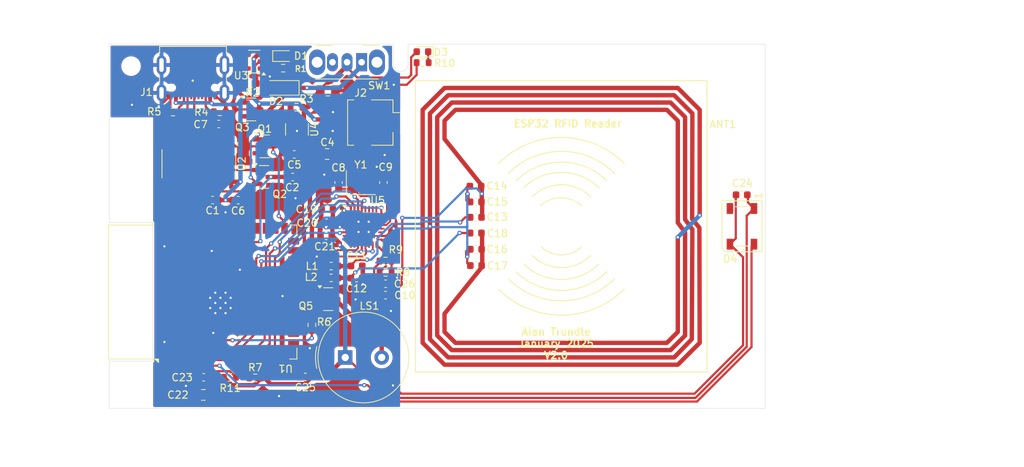
<source format=kicad_pcb>
(kicad_pcb (version 20240108) (generator "pcbnew") (generator_version "8.0")
  (layers (0 "F.Cu" signal) (31 "B.Cu" signal) (34 "B.Paste" user) (35 "F.Paste" user) (36 "B.SilkS" user "B.Silkscreen") (37 "F.SilkS" user "F.Silkscreen") (38 "B.Mask" user) (39 "F.Mask" user) (44 "Edge.Cuts" user))
  (net 0 "")
  (net 1 "Net-(D2-K)")
  (net 2 "+5V")
  (net 3 "Net-(Q1-G)")
  (net 4 "Net-(Q1-D)")
  (net 5 "Net-(Q1-S)")
  (net 6 "Net-(Q2-D)")
  (net 7 "Net-(J2-Pin_1)")
  (net 8 "Net-(U3-STAT)")
  (net 9 "Net-(D1-K)")
  (net 10 "Net-(U3-PROG)")
  (net 11 "GND")
  (net 12 "Net-(U4-EN)")
  (net 13 "Net-(U2-V3)")
  (net 14 "Net-(U5-OSCIN)")
  (net 15 "/OLED")
  (net 16 "/BUZZER")
  (net 17 "/R_RST")
  (net 19 "unconnected-(U1-IO36-Pad29)")
  (net 23 "+3.3V")
  (net 24 "Net-(U5-OSCOUT)")
  (net 25 "/R_MOSI")
  (net 26 "Net-(C10-Pad1)")
  (net 33 "Net-(ANT1-L1)")
  (net 34 "Net-(C11-Pad1)")
  (net 36 "Net-(C12-Pad2)")
  (net 37 "/R_CS")
  (net 38 "/R_MISO")
  (net 43 "Net-(U1-TXD0)")
  (net 45 "Net-(ANT1-L2)")
  (net 51 "/R_SCK")
  (net 55 "Net-(U2-UD-)")
  (net 56 "Net-(J1-CC1)")
  (net 57 "Net-(U2-UD+)")
  (net 58 "Net-(J1-CC2)")
  (net 59 "Net-(U5-TX1)")
  (net 60 "Net-(U5-TX2)")
  (net 61 "Net-(Q5-C)")
  (net 62 "Net-(Q5-B)")
  (net 64 "Net-(U5-RX)")
  (net 65 "Net-(U5-VMID)")
  (net 80 "Net-(D3-A)")
  (net 81 "Net-(D3-K)")
  (net 82 "Net-(U1-RXD0)")
  (footprint "Package_TO_SOT_SMD:SOT-23-5" (layer "F.Cu") (at 119.8925 32.38 180)
    (property "Reference" "U3")
    (property "Value" "MCP73831-2-OT")
  )
  (footprint "Capacitor_SMD:C_0603_1608Metric" (layer "F.Cu") (at 129.76 56.32 180)
    (property "Reference" "C21")
    (property "Value" "100n")
  )
  (footprint "RFID:RFID_Antenna2" (layer "F.Cu") (at 162 55 -90)
    (property "Reference" "ANT1")
    (property "Value" "~" (hide yes))
  )
  (footprint "Capacitor_SMD:C_0603_1608Metric" (layer "F.Cu") (at 129.82 54.51 180)
    (property "Reference" "C20")
    (property "Value" "1u")
  )
  (footprint "Capacitor_SMD:C_0603_1608Metric" (layer "F.Cu") (at 133.9425 60.44)
    (property "Reference" "C11")
    (property "Value" "220p")
  )
  (footprint "Resistor_SMD:R_0603_1608Metric" (layer "F.Cu") (at 116.56 75.74 180)
    (property "Reference" "R11")
    (property "Value" "10k")
  )
  (footprint "MountingHole:MountingHole_2.2mm_M2" (layer "F.Cu") (at 103 33)
    (property "Reference" "H1" (hide yes))
    (property "Value" "MountingHole_Pad")
  )
  (footprint "Package_TO_SOT_SMD:SOT-23" (layer "F.Cu") (at 121.24 48.2175)
    (property "Reference" "Q2")
    (property "Value" "BSS138")
  )
  (footprint "Resistor_SMD:R_0603_1608Metric" (layer "F.Cu") (at 120.04 75.82)
    (property "Reference" "R7")
    (property "Value" "10k")
  )
  (footprint "Connector_USB:USB_C_Receptacle_JAE_DX07S016JA1R1500" (layer "F.Cu") (at 111.5 34 180)
    (property "Reference" "J1")
    (property "Value" "USB_C_Receptacle_USB2.0_14P")
  )
  (footprint "Package_SO:SOIC-16_3.9x9.9mm_P1.27mm" (layer "F.Cu") (at 112.305 46.405 -90)
    (property "Reference" "U2")
    (property "Value" "CH340C")
  )
  (footprint "Package_TO_SOT_SMD:SOT-23" (layer "F.Cu") (at 119.4775 38.95)
    (property "Reference" "Q3")
    (property "Value" "DMG2301L")
  )
  (footprint "Capacitor_SMD:C_0603_1608Metric" (layer "F.Cu") (at 150.29 55.92)
    (property "Reference" "C18")
    (property "Value" "56p")
  )
  (footprint "Inductor_SMD:L_0603_1608Metric_Pad1.05x0.95mm_HandSolder" (layer "F.Cu") (at 130.4525 60.46)
    (property "Reference" "L1")
    (property "Value" "470nH")
  )
  (footprint "Capacitor_SMD:C_0603_1608Metric" (layer "F.Cu") (at 125.17 48.23)
    (property "Reference" "C2")
    (property "Value" "100n")
  )
  (footprint "RF_Module:ESP32-S3-WROOM-1" (layer "F.Cu") (at 112.8 64.02 90)
    (property "Reference" "U1")
    (property "Value" "ESP32-S3-WROOM-1")
  )
  (footprint "Buzzer_Beeper:Buzzer_TDK_PS1240P02BT_D12.2mm_H6.5mm" (layer "F.Cu") (at 132.379216 73.01)
    (property "Reference" "LS1")
    (property "Value" "Speaker")
  )
  (footprint "Resistor_SMD:R_0603_1608Metric" (layer "F.Cu") (at 125.705 38.645 180)
    (property "Reference" "R3")
    (property "Value" "1k")
  )
  (footprint "Capacitor_SMD:C_0603_1608Metric" (layer "F.Cu") (at 150.25 49.49 180)
    (property "Reference" "C14")
    (property "Value" "100p")
  )
  (footprint "Resistor_SMD:R_0603_1608Metric" (layer "F.Cu") (at 115.17 39.27)
    (property "Reference" "R4")
    (property "Value" "5k1")
  )
  (footprint "Capacitor_SMD:C_0603_1608Metric" (layer "F.Cu") (at 150.3125 58.15)
    (property "Reference" "C16")
    (property "Value" "100p")
  )
  (footprint "Capacitor_SMD:C_0603_1608Metric" (layer "F.Cu") (at 137.92 62.88)
    (property "Reference" "C26")
    (property "Value" "100n")
  )
  (footprint "MountingHole:MountingHole_2.2mm_M2" (layer "F.Cu") (at 103 77)
    (property "Reference" "H4" (hide yes))
    (property "Value" "MountingHole_Pad")
  )
  (footprint "Capacitor_SMD:C_0603_1608Metric" (layer "F.Cu") (at 126.9025 75.69 180)
    (property "Reference" "C25")
    (property "Value" "100n")
  )
  (footprint "MountingHole:MountingHole_2.2mm_M2" (layer "F.Cu") (at 187 77)
    (property "Reference" "H3" (hide yes))
    (property "Value" "MountingHole_Pad")
  )
  (footprint "Connector_JST:JST_ZH_S2B-ZR-SM4A-TF_1x02-1MP_P1.50mm_Horizontal" (layer "F.Cu") (at 136.82 40.75 -90)
    (property "Reference" "J2")
    (property "Value" "Conn_01x02")
  )
  (footprint "Capacitor_SMD:C_0603_1608Metric" (layer "F.Cu") (at 137.6225 48.98 90)
    (property "Reference" "C9")
    (property "Value" "22p")
  )
  (footprint "Capacitor_SMD:C_0603_1608Metric" (layer "F.Cu") (at 129.92 52.69 180)
    (property "Reference" "C19")
    (property "Value" "100n")
  )
  (footprint "Resistor_SMD:R_0603_1608Metric" (layer "F.Cu") (at 127.81 68.54 90)
    (property "Reference" "R6")
    (property "Value" "5k1")
  )
  (footprint "Resistor_SMD:R_0603_1608Metric" (layer "F.Cu") (at 108.75 39.3 180)
    (property "Reference" "R5")
    (property "Value" "5k1")
  )
  (footprint "Capacitor_SMD:C_0603_1608Metric" (layer "F.Cu") (at 186.76 50.68 180)
    (property "Reference" "C24")
    (property "Value" "100n")
  )
  (footprint "Resistor_SMD:R_0603_1608Metric" (layer "F.Cu") (at 143 32.5225 180)
    (property "Reference" "R10")
    (property "Value" "220")
  )
  (footprint "Button_Switch_THT:SW_Slide_SPDT_Angled_CK_OS102011MA1Q" (layer "F.Cu") (at 134.63 32.47 180)
    (property "Reference" "SW1")
    (property "Value" "SW_SPST")
  )
  (footprint "Capacitor_SMD:C_0603_1608Metric" (layer "F.Cu") (at 150.29 51.65 180)
    (property "Reference" "C15")
    (property "Value" "33p")
  )
  (footprint "Crystal:Crystal_SMD_3225-4Pin_3.2x2.5mm" (layer "F.Cu") (at 134.5325 48.99)
    (property "Reference" "Y1")
    (property "Value" "Crystal 27.12MHz")
  )
  (footprint "Inductor_SMD:L_0603_1608Metric_Pad1.05x0.95mm_HandSolder" (layer "F.Cu") (at 130.44875 62.08)
    (property "Reference" "L2")
    (property "Value" "470nH")
  )
  (footprint "Capacitor_SMD:C_0603_1608Metric" (layer "F.Cu") (at 150.3 53.76)
    (property "Reference" "C13")
    (property "Value" "56p")
  )
  (footprint "Resistor_SMD:R_0603_1608Metric" (layer "F.Cu") (at 137.91 59.775)
    (property "Reference" "R9")
    (property "Value" "10k")
  )
  (footprint "Capacitor_SMD:C_0603_1608Metric" (layer "F.Cu") (at 131.4725 48.98 90)
    (property "Reference" "C8")
    (property "Value" "22p")
  )
  (footprint "RFID:HVQFN-32-1EP_5x5mm_P0.5mm_EP3.1x3.1mm_ThermalVias" (layer "F.Cu") (at 134.9 55.07)
    (property "Reference" "U5")
    (property "Value" "RC522")
  )
  (footprint "Capacitor_SMD:C_0805_2012Metric_Pad1.18x1.45mm_HandSolder" (layer "F.Cu") (at 129.9 45.07)
    (property "Reference" "C4")
    (property "Value" "10u")
  )
  (footprint "Capacitor_SMD:C_0603_1608Metric" (layer "F.Cu") (at 125.39 45.12 180)
    (property "Reference" "C5")
    (property "Value" "100n")
  )
  (footprint "Capacitor_SMD:C_0603_1608Metric" (layer "F.Cu") (at 115.03 40.95)
    (property "Reference" "C7")
    (property "Value" "100n")
  )
  (footprint "Capacitor_SMD:C_0603_1608Metric" (layer "F.Cu") (at 137.905 64.45)
    (property "Reference" "C10")
    (property "Value" "1n")
  )
  (footprint "Resistor_SMD:R_0603_1608Metric" (layer "F.Cu") (at 137.92 61.32 180)
    (property "Reference" "R8")
    (property "Value" "1k")
  )
  (footprint "Capacitor_SMD:C_0805_2012Metric_Pad1.18x1.45mm_HandSolder" (layer "F.Cu") (at 112.92 78.15 180)
    (property "Reference" "C22")
    (property "Value" "10u")
  )
  (footprint "Resistor_SMD:R_0603_1608Metric" (layer "F.Cu") (at 119.39 35.38)
    (property "Reference" "R2")
    (property "Value" "2k")
  )
  (footprint "Capacitor_SMD:C_0603_1608Metric" (layer "F.Cu") (at 114.19 51.4 180)
    (property "Reference" "C1")
    (property "Value" "100n")
  )
  (footprint "Package_TO_SOT_SMD:SOT-23" (layer "F.Cu") (at 121.34 44.0175)
    (property "Reference" "Q1")
    (property "Value" "BSS138")
  )
  (footprint "Package_TO_SOT_SMD:SOT-23" (layer "F.Cu") (at 130.0525 65)
    (property "Reference" "Q5")
    (property "Value" "MMBT3904")
  )
  (footprint "Package_TO_SOT_SMD:SOT-23-5" (layer "F.Cu") (at 125.76 41.6975 -90)
    (property "Reference" "U4")
    (property "Value" "AP2112K-3.3")
  )
  (footprint "Capacitor_SMD:C_0603_1608Metric" (layer "F.Cu") (at 133.92875 62.11 180)
    (property "Reference" "C12")
    (property "Value" "220p")
  )
  (footprint "LED_SMD:LED_0603_1608Metric" (layer "F.Cu") (at 123.92 31.62)
    (property "Reference" "D1")
    (property "Value" "LED")
  )
  (footprint "LED_SMD:LED_0603_1608Metric" (layer "F.Cu") (at 142.9725 31.0225 180)
    (property "Reference" "D3")
    (property "Value" "LED")
  )
  (footprint "LED_SMD:LED_WS2812B_PLCC4_5.0x5.0mm_P3.2mm" (layer "F.Cu") (at 186.8 55 -90)
    (property "Reference" "D4")
    (property "Value" "WS2812B")
  )
  (footprint "MountingHole:MountingHole_2.2mm_M2" (layer "F.Cu") (at 187 33)
    (property "Reference" "H2" (hide yes))
    (property "Value" "MountingHole_Pad")
  )
  (footprint "Diode_SMD:D_SOD-123" (layer "F.Cu") (at 123.6875 35.99 180)
    (property "Reference" "D2")
    (property "Value" "MBR0520")
  )
  (footprint "Capacitor_SMD:C_0603_1608Metric" (layer "F.Cu") (at 150.32 60.39)
    (property "Reference" "C17")
    (property "Value" "33p")
  )
  (footprint "Resistor_SMD:R_0603_1608Metric" (layer "F.Cu") (at 123.87 33.28 180)
    (property "Reference" "R1")
    (property "Value" "1k")
  )
  (footprint "Capacitor_SMD:C_0603_1608Metric" (layer "F.Cu") (at 117.7 51.41)
    (property "Reference" "C6")
    (property "Value" "1u")
  )
  (footprint "Capacitor_SMD:C_0805_2012Metric_Pad1.18x1.45mm_HandSolder" (layer "F.Cu") (at 130 36.36)
    (property "Reference" "C3" (hide yes))
    (property "Value" "10u")
  )
  (footprint "Capacitor_SMD:C_0603_1608Metric" (layer "F.Cu") (at 112.9675 75.73 180)
    (property "Reference" "C23")
    (property "Value" "100n")
  )
  (gr_line (start 141 30) (end 141 32.75) (stroke (width 0.05)) (layer "Edge.Cuts"))
  (gr_line (start 139 30) (end 100 30) (stroke (width 0.05)) (layer "Edge.Cuts"))
  (gr_line (start 190 80) (end 190 30) (stroke (width 0.05)) (layer "Edge.Cuts"))
  (gr_line (start 100 80) (end 100 73.5) (stroke (width 0.05)) (layer "Edge.Cuts"))
  (gr_line (start 139 30) (end 139 32.75) (stroke (width 0.05)) (layer "Edge.Cuts"))
  (gr_line (start 100 54.5) (end 100 30) (stroke (width 0.05)) (layer "Edge.Cuts"))
  (gr_line (start 141 30) (end 190 30) (stroke (width 0.05)) (layer "Edge.Cuts"))
  (gr_line (start 106 73.5) (end 106 54.5) (stroke (width 0.05)) (layer "Edge.Cuts"))
  (gr_arc (start 141 32.75) (mid 140 33.75) (end 139 32.75) (stroke (width 0.05)) (layer "Edge.Cuts"))
  (gr_line (start 100 80) (end 190 80) (stroke (width 0.05)) (layer "Edge.Cuts"))
  (gr_line (start 100 73.5) (end 106 73.5) (stroke (width 0.05)) (layer "Edge.Cuts"))
  (gr_line (start 106 54.5) (end 100 54.5) (stroke (width 0.05)) (layer "Edge.Cuts"))
  (gr_text "ESP32 RFID Reader" (at 155.38 41.48 0) (layer "F.SilkS") (effects (font (size 1 1) (thickness 0.2) (bold yes)) (justify left bottom)))
  (gr_text "Alan Trundle\nJanuary 2025\nV2.0" (at 161.3 73.3 0) (layer "F.SilkS") (effects (font (size 1 1) (thickness 0.2) (bold yes)) (justify bottom)))
  (segment (start 118.54 39.9) (end 121.125894 39.9) (width 0.6) (layer "F.Cu") (net 1))
  (segment (start 125.035894 35.99) (end 125.3375 35.99) (width 0.6) (layer "F.Cu") (net 1))
  (segment (start 121.125894 39.9) (end 125.035894 35.99) (width 0.6) (layer "F.Cu") (net 1))
  (segment (start 125.3375 35.99) (end 127.14 35.99) (width 0.6) (layer "F.Cu") (net 1))
  (via (at 127.14 35.99) (size 0.6) (drill 0.3) (layers "F.Cu" "B.Cu") (net 1))
  (segment (start 127.14 35.99) (end 131.61 35.99) (width 0.6) (layer "B.Cu") (net 1))
  (segment (start 134.63 32.97) (end 134.63 32.47) (width 0.6) (layer "B.Cu") (net 1))
  (segment (start 131.61 35.99) (end 134.63 32.97) (width 0.6) (layer "B.Cu") (net 1))
  (segment (start 115.0525 51.4) (end 116.8275 51.4) (width 0.6) (layer "F.Cu") (net 2))
  (segment (start 123.34 35.99) (end 122.0375 35.99) (width 0.3) (layer "F.Cu") (net 2))
  (segment (start 124.7075 31.62) (end 125.445 32.3575) (width 0.3) (layer "F.Cu") (net 2))
  (segment (start 118.5 37.31) (end 117.6425 36.4525) (width 0.5) (layer "F.Cu") (net 2))
  (segment (start 125.445 32.3575) (end 125.445 33.885) (width 0.3) (layer "F.Cu") (net 2))
  (segment (start 117.6425 36.4525) (end 117.6425 32.5425) (width 0.5) (layer "F.Cu") (net 2))
  (segment (start 125.445 33.885) (end 123.34 35.99) (width 0.3) (layer "F.Cu") (net 2))
  (segment (start 117.6425 32.5425) (end 118.755 31.43) (width 0.5) (layer "F.Cu") (net 2))
  (segment (start 118.54 38) (end 118.54 37.35) (width 0.5) (layer "F.Cu") (net 2))
  (segment (start 122.0375 35.99) (end 120.7175 37.31) (width 0.6) (layer "F.Cu") (net 2))
  (segment (start 120.7175 37.31) (end 118.5 37.31) (width 0.6) (layer "F.Cu") (net 2))
  (segment (start 116.8275 51.4) (end 116.8375 51.41) (width 0.6) (layer "F.Cu") (net 2))
  (segment (start 114.05 38.1) (end 114.06 38.09) (width 0.5) (layer "F.Cu") (net 2))
  (segment (start 113.85 37.9) (end 114.05 38.1) (width 0.5) (layer "F.Cu") (net 2))
  (segment (start 109.15 37.05) (end 109.15 38.04) (width 0.5) (layer "F.Cu") (net 2))
  (segment (start 116.75 48.88) (end 118.01 48.88) (width 0.6) (layer "F.Cu") (net 2))
  (segment (start 113.85 37.05) (end 113.85 37.9) (width 0.5) (layer "F.Cu") (net 2))
  (segment (start 118.54 37.35) (end 118.5 37.31) (width 0.5) (layer "F.Cu") (net 2))
  (via (at 109.15 38.04) (size 0.6) (drill 0.3) (layers "F.Cu" "B.Cu") (net 2))
  (via (at 114.05 38.1) (size 0.6) (drill 0.3) (layers "F.Cu" "B.Cu") (net 2))
  (via (at 115.97 51.4) (size 0.6) (drill 0.3) (layers "F.Cu" "B.Cu") (net 2))
  (via (at 118.5 37.31) (size 0.6) (drill 0.3) (layers "F.Cu" "B.Cu") (net 2))
  (via (at 118.01 48.88) (size 0.6) (drill 0.3) (layers "F.Cu" "B.Cu") (net 2))
  (segment (start 114.225 38.275) (end 117.535 38.275) (width 0.5) (layer "B.Cu") (net 2))
  (segment (start 113.99 38.04) (end 114.05 38.1) (width 0.5) (layer "B.Cu") (net 2))
  (segment (start 109.15 38.04) (end 113.99 38.04) (width 0.5) (layer "B.Cu") (net 2))
  (segment (start 117.535 38.275) (end 118.5 37.31) (width 0.5) (layer "B.Cu") (net 2))
  (segment (start 118.01 37.8) (end 118.5 37.31) (width 0.6) (layer "B.Cu") (net 2))
  (segment (start 114.05 38.1) (end 114.225 38.275) (width 0.5) (layer "B.Cu") (net 2))
  (segment (start 115.97 51.4) (end 115.97 50.92) (width 0.6) (layer "B.Cu") (net 2))
  (segment (start 115.97 50.92) (end 118.01 48.88) (width 0.6) (layer "B.Cu") (net 2))
  (segment (start 118.01 48.88) (end 118.01 37.8) (width 0.6) (layer "B.Cu") (net 2))
  (segment (start 114.560001 50.205) (end 119.265 50.205) (width 0.3) (layer "F.Cu") (net 3))
  (segment (start 119.265 50.205) (end 120.3025 49.1675) (width 0.3) (layer "F.Cu") (net 3))
  (segment (start 120.4 42.38) (end 120.4 43.065) (width 0.3) (layer "F.Cu") (net 3))
  (segment (start 120.4 43.065) (end 120.4025 43.0675) (width 0.3) (layer "F.Cu") (net 3))
  (segment (start 114.21 48.88) (end 114.21 49.854999) (width 0.3) (layer "F.Cu") (net 3))
  (segment (start 120.3025 49.1675) (end 119.415 48.28) (width 0.3) (layer "F.Cu") (net 3))
  (segment (start 114.21 49.854999) (end 114.560001 50.205) (width 0.3) (layer "F.Cu") (net 3))
  (via (at 119.415 48.28) (size 0.6) (drill 0.3) (layers "F.Cu" "B.Cu") (net 3))
  (via (at 120.4 42.38) (size 0.6) (drill 0.3) (layers "F.Cu" "B.Cu") (net 3))
  (segment (start 119.415 48.28) (end 119.415 43.365) (width 0.3) (layer "B.Cu") (net 3))
  (segment (start 119.415 43.365) (end 120.4 42.38) (width 0.3) (layer "B.Cu") (net 3))
  (segment (start 123.91 54.22) (end 123.27 53.58) (width 0.3) (layer "F.Cu") (net 4))
  (segment (start 124.01 55.25) (end 124.01 54.22) (width 0.3) (layer "F.Cu") (net 4))
  (segment (start 122.5 44.83) (end 122.5 44.24) (width 0.3) (layer "F.Cu") (net 4))
  (segment (start 122.5 44.24) (end 122.2775 44.0175) (width 0.3) (layer "F.Cu") (net 4))
  (segment (start 124.01 54.22) (end 123.91 54.22) (width 0.3) (layer "F.Cu") (net 4))
  (via (at 123.27 53.58) (size 0.6) (drill 0.3) (layers "F.Cu" "B.Cu") (net 4))
  (via (at 122.5 44.83) (size 0.6) (drill 0.3) (layers "F.Cu" "B.Cu") (net 4))
  (segment (start 123.27 45.6) (end 122.5 44.83) (width 0.3) (layer "B.Cu") (net 4))
  (segment (start 123.27 53.58) (end 123.27 45.6) (width 0.3) (layer "B.Cu") (net 4))
  (segment (start 120.3025 45.0675) (end 120.4025 44.9675) (width 0.3) (layer "F.Cu") (net 5))
  (segment (start 112.94 48.88) (end 112.94 47.905001) (width 0.3) (layer "F.Cu") (net 5))
  (segment (start 113.577501 47.2675) (end 120.3025 47.2675) (width 0.3) (layer "F.Cu") (net 5))
  (segment (start 120.3025 47.2675) (end 120.3025 45.0675) (width 0.3) (layer "F.Cu") (net 5))
  (segment (start 112.94 47.905001) (end 113.577501 47.2675) (width 0.3) (layer "F.Cu") (net 5))
  (segment (start 120.740025 57.030025) (end 120.60005 57.17) (width 0.3) (layer "F.Cu") (net 6))
  (segment (start 113.35 74.1) (end 114.15 74.9) (width 0.3) (layer "F.Cu") (net 6))
  (segment (start 110.04 73.38) (end 110.76 74.1) (width 0.3) (layer "F.Cu") (net 6))
  (segment (start 122.1775 48.2175) (end 124.295 48.2175) (width 0.6) (layer "F.Cu") (net 6))
  (segment (start 119.05 57.17) (end 110.04 66.18) (width 0.3) (layer "F.Cu") (net 6))
  (segment (start 116.545 74.9) (end 117.385 75.74) (width 0.3) (layer "F.Cu") (net 6))
  (segment (start 110.04 66.18) (end 110.04 73.38) (width 0.3) (layer "F.Cu") (net 6))
  (segment (start 114.15 74.9) (end 116.545 74.9) (width 0.3) (layer "F.Cu") (net 6))
  (segment (start 120.60005 57.17) (end 119.05 57.17) (width 0.3) (layer "F.Cu") (net 6))
  (segment (start 110.76 74.1) (end 113.35 74.1) (width 0.3) (layer "F.Cu") (net 6))
  (segment (start 124.295 48.2175) (end 124.3075 48.23) (width 0.6) (layer "F.Cu") (net 6))
  (via (at 122.1775 48.2175) (size 0.6) (drill 0.3) (layers "F.Cu" "B.Cu") (net 6))
  (via (at 120.740025 57.030025) (size 0.6) (drill 0.3) (layers "F.Cu" "B.Cu") (net 6))
  (segment (start 120.740025 49.654975) (end 120.740025 57.030025) (width 0.3) (layer "B.Cu") (net 6))
  (segment (start 122.1775 48.2175) (end 120.740025 49.654975) (width 0.3) (layer "B.Cu") (net 6))
  (segment (start 128.17 40.31) (end 128.15 40.33) (width 0.3) (layer "F.Cu") (net 7))
  (segment (start 119.85 31.974106) (end 120.394106 31.43) (width 0.6) (layer "F.Cu") (net 7))
  (segment (start 120.58 38.785) (end 120.415 38.95) (width 0.6) (layer "F.Cu") (net 7))
  (segment (start 120.58 38.15) (end 120.58 38.785) (width 0.6) (layer "F.Cu") (net 7))
  (segment (start 138.14 40.33) (end 138.47 40) (width 0.6) (layer "F.Cu") (net 7))
  (segment (start 119.85 32.05) (end 119.85 31.974106) (width 0.6) (layer "F.Cu") (net 7))
  (segment (start 128.15 40.33) (end 138.14 40.33) (width 0.6) (layer "F.Cu") (net 7))
  (segment (start 120.394106 31.43) (end 121.03 31.43) (width 0.6) (layer "F.Cu") (net 7))
  (via (at 120.58 38.15) (size 0.6) (drill 0.3) (layers "F.Cu" "B.Cu") (net 7))
  (via (at 128.15 40.33) (size 0.6) (drill 0.3) (layers "F.Cu" "B.Cu") (net 7))
  (via (at 119.85 32.05) (size 0.6) (drill 0.3) (layers "F.Cu" "B.Cu") (net 7))
  (segment (start 125.97 38.15) (end 128.15 40.33) (width 0.6) (layer "B.Cu") (net 7))
  (segment (start 120.58 38.15) (end 125.97 38.15) (width 0.6) (layer "B.Cu") (net 7))
  (segment (start 119.85 37.42) (end 120.58 38.15) (width 0.6) (layer "B.Cu") (net 7))
  (segment (start 119.85 32.05) (end 119.85 37.42) (width 0.6) (layer "B.Cu") (net 7))
  (segment (start 128.13 40.35) (end 128.15 40.33) (width 0.3) (layer "B.Cu") (net 7))
  (segment (start 121.03 33.33) (end 122.995 33.33) (width 0.3) (layer "F.Cu") (net 8))
  (segment (start 122.995 33.33) (end 123.045 33.28) (width 0.3) (layer "F.Cu") (net 8))
  (segment (start 123.1325 31.7175) (end 124.695 33.28) (width 0.3) (layer "F.Cu") (net 9))
  (segment (start 123.1325 31.62) (end 123.1325 31.7175) (width 0.3) (layer "F.Cu") (net 9))
  (segment (start 118.565 33.52) (end 118.755 33.33) (width 0.3) (layer "F.Cu") (net 10))
  (segment (start 118.565 35.38) (end 118.565 33.52) (width 0.3) (layer "F.Cu") (net 10))
  (segment (start 134.59 46.85) (end 134.6 46.86) (width 0.3) (layer "F.Cu") (net 11))
  (segment (start 106.94 38.4) (end 106.8 38.54) (width 0.3) (layer "F.Cu") (net 11))
  (segment (start 132.4625 54.82) (end 134.65 54.82) (width 0.2) (layer "F.Cu") (net 11))
  (segment (start 140.82 35.56) (end 139.04 35.56) (width 0.3) (layer "F.Cu") (net 11))
  (segment (start 138.695 62.628358) (end 138.900893 62.628358) (width 0.3) (layer "F.Cu") (net 11))
  (segment (start 132.237319 55.094819) (end 131.636514 55.094819) (width 0.3) (layer "F.Cu") (net 11))
  (segment (start 149.12 59.17) (end 149.12 58.48) (width 0.6) (layer "F.Cu") (net 11))
  (segment (start 137.88 56.32) (end 138.02005 56.32) (width 0.3) (layer "F.Cu") (net 11))
  (segment (start 128.8975 56.32) (end 128.8975 54.57) (width 0.6) (layer "F.Cu") (net 11))
  (segment (start 149.12 60.0525) (end 149.4575 60.39) (width 0.3) (layer "F.Cu") (net 11))
  (segment (start 133.225 53.395) (end 134.9 55.07) (width 0.2) (layer "F.Cu") (net 11))
  (segment (start 132.4625 53.32) (end 132.67 53.32) (width 0.2) (layer "F.Cu") (net 11))
  (segment (start 149.119994 49.757506) (end 149.3875 49.49) (width 0.6) (layer "F.Cu") (net 11))
  (segment (start 115.8925 40.95) (end 116.75 41.8075) (width 0.3) (layer "F.Cu") (net 11))
  (segment (start 138.695 62.88) (end 138.695 62.628358) (width 0.3) (layer "F.Cu") (net 11))
  (segment (start 185.95 50.7325) (end 185.8975 50.68) (width 0.3) (layer "F.Cu") (net 11))
  (segment (start 131.5375 48.14) (end 131.4725 48.205) (width 0.3) (layer "F.Cu") (net 11))
  (segment (start 116.75 41.8075) (end 116.75 43.93) (width 0.3) (layer "F.Cu") (net 11))
  (segment (start 107.05 38.4) (end 106.94 38.4) (width 0.3) (layer "F.Cu") (net 11))
  (segment (start 111.47 78.15) (end 111.47 77.85) (width 0.6) (layer "F.Cu") (net 11))
  (segment (start 134.78125 62.12) (end 134.79125 62.11) (width 0.6) (layer "F.Cu") (net 11))
  (segment (start 149.12 58.48) (end 149.45 58.15) (width 0.6) (layer "F.Cu") (net 11))
  (segment (start 185.95 56.65) (end 185.95 50.7325) (width 0.3) (layer "F.Cu") (net 11))
  (segment (start 134.6 46.86) (end 136.365 46.86) (width 0.3) (layer "F.Cu") (net 11))
  (segment (start 133.65 56.32) (end 134.9 55.07) (width 0.2) (layer "F.Cu") (net 11))
  (segment (start 120.0175 32.9525) (end 120.59 32.38) (width 0.3) (layer "F.Cu") (net 11))
  (segment (start 133.5325 48.14) (end 135.2325 49.84) (width 0.3) (layer "F.Cu") (net 11))
  (segment (start 138.900893 62.628358) (end 139.486495 62.042756) (width 0.3) (layer "F.Cu") (net 11))
  (segment (start 134.79125 62.958668) (end 134.79125 60.93375) (width 0.6) (layer "F.Cu") (net 11))
  (segment (start 180.295788 77.98) (end 140.049216 77.98) (width 0.3) (layer "F.Cu") (net 11))
  (segment (start 140.049216 77.959216) (end 140.039216 77.959216) (width 0.3) (layer "F.Cu") (net 11))
  (segment (start 134.805 62.09625) (end 134.79125 62.11) (width 0.6) (layer "F.Cu") (net 11))
  (segment (start 135.65 55.82) (end 134.9 55.07) (width 0.2) (layer "F.Cu") (net 11))
  (segment (start 132.4625 55.32) (end 132.237319 55.094819) (width 0.3) (layer "F.Cu") (net 11))
  (segment (start 134.805 60.44) (end 134.805 62.09625) (width 0.6) (layer "F.Cu") (net 11))
  (segment (start 128.9575 54.51) (end 129.131939 54.51) (width 0.6) (layer "F.Cu") (net 11))
  (segment (start 134.59 46.85) (end 132.74 46.85) (width 0.3) (layer "F.Cu") (net 11))
  (segment (start 138.02005 56.32) (end 139.02727 55.31278) (width 0.3) (layer "F.Cu") (net 11))
  (segment (start 115.995 38.445) (end 115.995 39.27) (width 0.3) (layer "F.Cu") (net 11))
  (segment (start 149.119994 50.51) (end 149.149972 50.539978) (width 0.3) (layer "F.Cu") (net 11))
  (segment (start 133.4325 48.14) (end 131.5375 48.14) (width 0.3) (layer "F.Cu") (net 11))
  (segment (start 149.149972 51.372472) (end 149.149972 50.539978) (width 0.6) (layer "F.Cu") (net 11))
  (segment (start 125.76 40.56) (end 125.76 41.9) (width 0.6) (layer "F.Cu") (net 11))
  (segment (start 136.365 46.86) (end 137.6225 48.1175) (width 0.3) (layer "F.Cu") (net 11))
  (segment (start 133.4325 48.14) (end 133.5325 48.14) (width 0.3) (layer "F.Cu") (net 11))
  (segment (start 129.125228 54.51) (end 129.745371 55.130143) (width 0.6) (layer "F.Cu") (net 11))
  (segment (start 132.4625 54.82) (end 131.8925 54.82) (width 0.3) (layer "F.Cu") (net 11))
  (segment (start 186.95 59.25) (end 186.95 71.325788) (width 0.3) (layer "F.Cu") (net 11))
  (segment (start 135.2325 49.84) (end 135.6325 49.84) (width 0.3) (layer "F.Cu") (net 11))
  (segment (start 129.0575 54.41) (end 128.9575 54.51) (width 0.6) (layer "F.Cu") (net 11))
  (segment (start 128.8975 54.57) (end 128.9575 54.51) (width 0.6) (layer "F.Cu") (net 11))
  (segment (start 131.8925 54.82) (end 131.8925 54.838833) (width 0.3) (layer "F.Cu") (net 11))
  (segment (start 134.79125 62.11) (end 134.79125 62.958668) (width 0.6) (layer "F.Cu") (net 11))
  (segment (start 185.15 57.45) (end 185.95 56.65) (width 0.3) (layer "F.Cu") (net 11))
  (segment (start 185.15 57.45) (end 186.95 59.25) (width 0.3) (layer "F.Cu") (net 11))
  (segment (start 142.175 34.205) (end 140.82 35.56) (width 0.3) (layer "F.Cu") (net 11))
  (segment (start 131.8925 54.838833) (end 131.636514 55.094819) (width 0.3) (layer "F.Cu") (net 11))
  (segment (start 137.88 56.32) (end 136.15 56.32) (width 0.2) (layer "F.Cu") (net 11))
  (segment (start 129.045 54.51) (end 129.125228 54.51) (width 0.6) (layer "F.Cu") (net 11))
  (segment (start 133.65 57.5075) (end 133.65 56.32) (width 0.2) (layer "F.Cu") (net 11))
  (segment (start 132.21 53.0675) (end 132.21 52.82) (width 0.25) (layer "F.Cu") (net 11))
  (segment (start 132.4625 53.32) (end 132.21 53.0675) (width 0.25) (layer "F.Cu") (net 11))
  (segment (start 135.65 57.5075) (end 135.65 55.82) (width 0.2) (layer "F.Cu") (net 11))
  (segment (start 132.67 53.32) (end 132.745 53.395) (width 0.2) (layer "F.Cu") (net 11))
  (segment (start 107.555 37.05) (end 107.18 36.675) (width 0.3) (layer "F.Cu") (net 11))
  (segment (start 120.59 32.38) (end 121.03 32.38) (width 0.3) (layer "F.Cu") (net 11))
  (segment (start 111.8825 78.15) (end 111.47 78.15) (width 0.6) (layer "F.Cu") (net 11))
  (segment (start 134.65 54.82) (end 134.9 55.07) (width 0.2) (layer "F.Cu") (net 11))
  (segment (start 140.049216 77.98) (end 140.049216 77.959216) (width 0.3) (layer "F.Cu") (net 11))
  (segment (start 111.47 77.85) (end 110.53 76.91) (width 0.6) (layer "F.Cu") (net 11))
  (segment (start 137.3375 56.32) (end 137.88 56.32) (width 0.3) (layer "F.Cu") (net 11))
  (segment (start 115.995 39.27) (end 115.995 40.8475) (width 0.3) (layer "F.Cu") (net 11))
  (segment (start 115.995 40.8475) (end 115.8925 40.95) (width 0.3) (layer "F.Cu") (net 11))
  (segment (start 111.71 75.73) (end 110.53 76.91) (width 0.6) (layer "F.Cu") (net 11))
  (segment (start 129.0575 52.69) (end 129.0575 54.41) (width 0.6) (layer "F.Cu") (net 11))
  (segment (start 120.215 35.38) (end 120.0175 35.1825) (width 0.3) (layer "F.Cu") (net 11))
  (segment (start 112.1925 75.73) (end 111.71 75.73) (width 0.6) (layer "F.Cu") (net 11))
  (segment (start 132.63 55.32) (end 132.88 55.07) (width 0.2) (layer "F.Cu") (net 11))
  (segment (start 140.039216 77.959216) (end 138.93 76.85) (width 0.3) (layer "F.Cu") (net 11))
  (segment (start 136.15 56.32) (end 134.9 55.07) (width 0.2) (layer "F.Cu") (net 11))
  (segment (start 120.0175 35.1825) (end 120.0175 32.9525) (width 0.3) (layer "F.Cu") (net 11))
  (segment (start 108.4 37.05) (end 107.05 38.4) (width 0.3) (layer "F.Cu") (net 11))
  (segment (start 186.95 71.325788) (end 180.295788 77.98) (width 0.3) (layer "F.Cu") (net 11))
  (segment (start 149.119994 49.757506) (end 149.119994 50.51) (width 0.3) (layer "F.Cu") (net 11))
  (segment (start 132.4625 55.32) (end 132.63 55.32) (width 0.2) (layer "F.Cu") (net 11))
  (segment (start 108.4 37.05) (end 108.4 38.825) (width 0.3) (layer "F.Cu") (net 11))
  (segment (start 114.6 37.05) (end 115.995 38.445) (width 0.3) (layer "F.Cu") (net 11))
  (segment (start 149.4275 51.65) (end 149.149972 51.372472) (width 0.6) (layer "F.Cu") (net 11))
  (segment (start 132.745 53.395) (end 133.225 53.395) (width 0.2) (layer "F.Cu") (net 11))
  (segment (start 142.175 32.5225) (end 142.175 34.205) (width 0.3) (layer "F.Cu") (net 11))
  (segment (start 132.88 55.07) (end 134.9 55.07) (width 0.2) (layer "F.Cu") (net 11))
  (segment (start 128.9575 56.26) (end 128.8975 56.32) (width 0.3) (layer "F.Cu") (net 11))
  (segment (start 149.12 59.17) (end 149.12 60.0525) (width 0.3) (layer "F.Cu") (net 11))
  (segment (start 108.4 38.825) (end 107.925 39.3) (width 0.3) (layer "F.Cu") (net 11))
  (segment (start 132.74 46.85) (end 131.4725 48.1175) (width 0.3) (layer "F.Cu") (net 11))
  (via (at 130.38 67.65) (size 0.6) (drill 0.3) (layers "F.Cu" "B.Cu") (net 11))
  (via (at 127.52 71.74) (size 0.6) (drill 0.3) (layers "F.Cu" "B.Cu") (net 11))
  (via (at 114.07 58.38) (size 0.6) (drill 0.3) (layers "F.Cu" "B.Cu") (net 11))
  (via (at 114.28 69.64) (size 0.6) (drill 0.3) (layers "F.Cu" "B.Cu") (net 11))
  (via (at 125.56 51.14) (size 0.6) (drill 0.3) (layers "F.Cu" "B.Cu") (net 11))
  (via (at 107.58 57.75) (size 0.6) (drill 0.3) (layers "F.Cu" "B.Cu") (net 11))
  (via (at 125.76 41.9) (size 0.6) (drill 0.3) (layers "F.Cu" "B.Cu") (net 11))
  (via (at 123.3 78.31) (size 0.6) (drill 0.3) (layers "F.Cu" "B.Cu") (net 11))
  (via (at 117.93 60.96) (size 0.6) (drill 0.3) (layers "F.Cu" "B.Cu") (net 11))
  (via (at 107.58 70.88) (size 0.6) (drill 0.3) (layers "F.Cu" "B.Cu") (net 11))
  (via (at 106.8 38.54) (size 0.6) (drill 0.3) (layers "F.Cu" "B.Cu") (net 11))
  (via (at 115.96 53.08) (size 0.6) (drill 0.3) (layers "F.Cu" "B.Cu") (net 11))
  (via (at 130.7 39.32) (size 0.6) (drill 0.3) (layers "F.Cu" "B.Cu") (net 11))
  (via (at 130.66 41.9) (size 0.6) (drill 0.3) (layers "F.Cu" "B.Cu") (net 11))
  (via (at 149.149972 50.539978) (size 0.6) (drill 0.3) (layers "F.Cu" "B.Cu") (net 11))
  (via (at 133.8 65.04) (size 0.6) (drill 0.3) (layers "F.Cu" "B.Cu") (net 11))
  (via (at 131.636514 55.094819) (size 0.6) (drill 0.3) (layers "F.Cu" "B.Cu") (net 11))
  (via (at 128.47 59.15) (size 0.6) (drill 0.3) (layers "F.Cu" "B.Cu") (net 11))
  (via (at 139.486495 62.042756) (size 0.6) (drill 0.3) (layers "F.Cu" "B.Cu") (net 11))
  (via (at 139.04 35.56) (size 0.6) (drill 0.3) (layers "F.Cu" "B.Cu") (net 11))
  (via (at 136.7 46.82) (size 0.6) (drill 0.3) (layers "F.Cu" "B.Cu") (net 11))
  (via (at 132.21 52.82) (size 0.6) (drill 0.3) (layers "F.Cu" "B.Cu") (net 11))
  (via (at 111.46 35) (size 0.6) (drill 0.3) (layers "F.Cu" "B.Cu") (net 11))
  (via (at 103.12 38.31) (size 0.6) (drill 0.3) (layers "F.Cu" "B.Cu") (net 11))
  (via (at 137.79 45.2) (size 0.6) (drill 0.3) (layers "F.Cu" "B.Cu") (net 11))
  (via (at 138.65 66.62) (size 0.6) (drill 0.3) (layers "F.Cu" "B.Cu") (net 11))
  (via (at 134.79125 62.958668) (size 0.6) (drill 0.3) (layers "F.Cu" "B.Cu") (net 11))
  (via (at 129.745371 55.130143) (size 0.6) (drill 0.3) (layers "F.Cu" "B.Cu") (net 11))
  (via (at 122.03 34.43) (size 0.6) (drill 0.3) (layers "F.Cu" "B.Cu") (net 11))
  (via (at 129.51 47.9) (size 0.6) (drill 0.3) (layers "F.Cu" "B.Cu") (net 11))
  (via (at 139.02727 55.31278) (size 0.6) (drill 0.3) (layers "F.Cu" "B.Cu") (net 11))
  (via (at 149.12 59.17) (size 0.6) (drill 0.3) (layers "F.Cu" "B.Cu") (net 11))
  (via (at 110.53 76.91) (size 0.6) (drill 0.3) (layers "F.Cu" "B.Cu") (net 11))
  (via (at 138.93 76.85) (size 0.6) (drill 0.3) (layers "F.Cu" "B.Cu") (net 11))
  (via (at 123.78 64.58) (size 0.6) (drill 0.3) (layers "F.Cu" "B.Cu") (net 11))
  (segment (start 129.78203 55.094819) (end 129.749394 55.127455) (width 0.6) (layer "B.Cu") (net 11))
  (segment (start 143.7 55.3) (end 139.04005 55.3) (width 0.3) (layer "B.Cu") (net 11))
  (segment (start 144 55) (end 144.114842 55.114842) (width 0.3) (layer "B.Cu") (net 11))
  (segment (start 131.636514 55.094819) (end 129.78203 55.094819) (width 0.6) (layer "B.Cu") (net 11))
  (segment (start 144.114842 55.114842) (end 149.005158 55.114842) (width 0.3) (layer "B.Cu") (net 11))
  (segment (start 149.12 50.56995) (end 149.149972 50.539978) (width 0.6) (layer "B.Cu") (net 11))
  (segment (start 149.12 55) (end 149.12 59.17) (width 0.3) (layer "B.Cu") (net 11))
  (segment (start 149.12 55) (end 149.12 50.630006) (width 0.3) (layer "B.Cu") (net 11))
  (segment (start 139.04005 55.3) (end 139.02727 55.31278) (width 0.3) (layer "B.Cu") (net 11))
  (segment (start 144 55) (end 143.7 55.3) (width 0.3) (layer "B.Cu") (net 11))
  (segment (start 149.12 50.630006) (end 149.12 50.56995) (width 0.6) (layer "B.Cu") (net 11))
  (segment (start 149.005158 55.114842) (end 149.12 55) (width 0.3) (layer "B.Cu") (net 11))
  (segment (start 124.88 40.49) (end 124.81 40.56) (width 0.6) (layer "F.Cu") (net 12))
  (segment (start 124.88 38.645) (end 124.88 40.49) (width 0.6) (layer "F.Cu") (net 12))
  (segment (start 112.94 42.1775) (end 114.1675 40.95) (width 0.3) (layer "F.Cu") (net 13))
  (segment (start 112.94 43.93) (end 112.94 42.1775) (width 0.3) (layer "F.Cu") (net 13))
  (segment (start 138.55 54.301847) (end 138.55 50.6825) (width 0.25) (layer "F.Cu") (net 14))
  (segment (start 138.031847 54.82) (end 138.55 54.301847) (width 0.25) (layer "F.Cu") (net 14))
  (segment (start 136.0075 48.14) (end 137.6225 49.755) (width 0.3) (layer "F.Cu") (net 14))
  (segment (start 135.6325 48.14) (end 136.0075 48.14) (width 0.3) (layer "F.Cu") (net 14))
  (segment (start 137.3375 54.82) (end 138.031847 54.82) (width 0.25) (layer "F.Cu") (net 14))
  (segment (start 138.55 50.6825) (end 137.6225 49.755) (width 0.25) (layer "F.Cu") (net 14))
  (segment (start 114.23 74.14) (end 115.14 74.14) (width 0.3) (layer "F.Cu") (net 15))
  (segment (start 188.45 57.45) (end 188.11 57.79) (width 0.3) (layer "F.Cu") (net 15))
  (segment (start 188.11 57.79) (end 188.11 71.58) (width 0.3) (layer "F.Cu") (net 15))
  (segment (start 114.21 74.16) (end 114.23 74.14) (width 0.3) (layer "F.Cu") (net 15))
  (segment (start 137.700761 79.06) (end 135.450761 76.81) (width 0.3) (layer "F.Cu") (net 15))
  (segment (start 135.450761 76.81) (end 134.99 76.81) (width 0.3) (layer "F.Cu") (net 15))
  (segment (start 188.11 71.58) (end 180.63 79.06) (width 0.3) (layer "F.Cu") (net 15))
  (segment (start 180.63 79.06) (end 137.700761 79.06) (width 0.3) (layer "F.Cu") (net 15))
  (segment (start 113.85 73.8) (end 114.21 74.16) (width 0.3) (layer "F.Cu") (net 15))
  (segment (start 113.85 72.75) (end 113.85 73.8) (width 0.3) (layer "F.Cu") (net 15))
  (via (at 134.99 76.81) (size 0.6) (drill 0.3) (layers "F.Cu" "B.Cu") (net 15))
  (via (at 115.14 74.14) (size 0.6) (drill 0.3) (layers "F.Cu" "B.Cu") (net 15))
  (segment (start 115.14 74.14) (end 117.81 76.81) (width 0.3) (layer "B.Cu") (net 15))
  (segment (start 117.81 76.81) (end 134.99 76.81) (width 0.3) (layer "B.Cu") (net 15))
  (segment (start 127.79 69.385) (end 127.81 69.365) (width 0.3) (layer "F.Cu") (net 16))
  (segment (start 112.58 72.75) (end 112.58 71.7) (width 0.3) (layer "F.Cu") (net 16))
  (segment (start 113.64 70.64) (end 116.92 70.64) (width 0.3) (layer "F.Cu") (net 16))
  (segment (start 112.58 71.7) (end 113.64 70.64) (width 0.3) (layer "F.Cu") (net 16))
  (segment (start 127.79 70.37) (end 127.79 69.385) (width 0.3) (layer "F.Cu") (net 16))
  (via (at 127.79 70.37) (size 0.6) (drill 0.3) (layers "F.Cu" "B.Cu") (net 16))
  (via (at 116.92 70.64) (size 0.6) (drill 0.3) (layers "F.Cu" "B.Cu") (net 16))
  (segment (start 127.34 70.64) (end 127.61 70.37) (width 0.3) (layer "B.Cu") (net 16))
  (segment (start 116.92 70.64) (end 127.34 70.64) (width 0.3) (layer "B.Cu") (net 16))
  (segment (start 127.61 70.37) (end 127.79 70.37) (width 0.3) (layer "B.Cu") (net 16))
  (segment (start 117.66 72.12) (end 120.83 68.95) (width 0.3) (layer "F.Cu") (net 17))
  (segment (start 131.641005 55.914364) (end 131.735369 55.82) (width 0.3) (layer "F.Cu") (net 17))
  (segment (start 131.735369 55.82) (end 132.4625 55.82) (width 0.3) (layer "F.Cu") (net 17))
  (segment (start 117.66 72.75) (end 117.66 74.265) (width 0.3) (layer "F.Cu") (net 17))
  (segment (start 117.66 74.265) (end 119.215 75.82) (width 0.3) (layer "F.Cu") (net 17))
  (segment (start 120.868281 64.100399) (end 120.868281 59.81) (width 0.3) (layer "F.Cu") (net 17))
  (segment (start 120.83 64.13868) (end 120.868281 64.100399) (width 0.3) (layer "F.Cu") (net 17))
  (segment (start 120.83 68.95) (end 120.83 64.13868) (width 0.3) (layer "F.Cu") (net 17))
  (segment (start 117.66 72.75) (end 117.66 72.12) (width 0.3) (layer "F.Cu") (net 17))
  (via (at 131.641005 55.914364) (size 0.6) (drill 0.3) (layers "F.Cu" "B.Cu") (net 17))
  (via (at 120.868281 59.81) (size 0.6) (drill 0.3) (layers "F.Cu" "B.Cu") (net 17))
  (segment (start 123.16 59.81) (end 120.868281 59.81) (width 0.3) (layer "B.Cu") (net 17))
  (segment (start 127.085636 55.884364) (end 123.16 59.81) (width 0.3) (layer "B.Cu") (net 17))
  (segment (start 131.611005 55.884364) (end 131.641005 55.914364) (width 0.3) (layer "B.Cu") (net 17))
  (segment (start 127.085636 55.884364) (end 131.611005 55.884364) (width 0.3) (layer "B.Cu") (net 17))
  (segment (start 121.55 55.33) (end 121.47 55.25) (width 0.3) (layer "F.Cu") (net 19))
  (segment (start 130.7825 52.215) (end 131.496464 51.501036) (width 0.3) (layer "F.Cu") (net 23))
  (segment (start 130.6825 54.51) (end 130.6825 54.315) (width 0.3) (layer "F.Cu") (net 23))
  (segment (start 131.367432 53.82) (end 130.6825 54.504932) (width 0.3) (layer "F.Cu") (net 23))
  (segment (start 136.15 58.42) (end 136.13 58.44) (width 0.25) (layer "F.Cu") (net 23))
  (segment (start 130.7825 52.69) (end 130.7825 52.215) (width 0.3) (layer "F.Cu") (net 23))
  (segment (start 115.725 75.73) (end 115.735 75.74) (width 0.6) (layer "F.Cu") (net 23))
  (segment (start 132.4625 53.82) (end 131.367432 53.82) (width 0.3) (layer "F.Cu") (net 23))
  (segment (start 122.155 76.665) (end 126.79 76.665) (width 0.6) (layer "F.Cu") (net 23))
  (segment (start 112.855 74.755) (end 113.83 75.73) (width 0.6) (layer "F.Cu") (net 23))
  (segment (start 120.865 75.82) (end 121.31 75.82) (width 0.6) (layer "F.Cu") (net 23))
  (segment (start 116.815 76.82) (end 119.865 76.82) (width 0.6) (layer "F.Cu") (net 23))
  (segment (start 111.492936 74.755) (end 112.855 74.755) (width 0.6) (layer "F.Cu") (net 23))
  (segment (start 127.54 43.665) (end 126.71 42.835) (width 0.6) (layer "F.Cu") (net 23))
  (segment (start 127.81 54.679564) (end 127.54 54.409564) (width 0.6) (layer "F.Cu") (net 23))
  (segment (start 187.45 71.532894) (end 180.422894 78.56) (width 0.3) (layer "F.Cu") (net 23))
  (segment (start 187.6225 50.68) (end 187.6225 51.7225) (width 0.3) (layer "F.Cu") (net 23))
  (segment (start 134.65 58.396062) (end 134.568277 58.477785) (width 0.3) (layer "F.Cu") (net 23))
  (segment (start 113.83 75.73) (end 115.725 75.73) (width 0.6) (layer "F.Cu") (net 23))
  (segment (start 126.2525 45.12) (end 128.8125 45.12) (width 0.6) (layer "F.Cu") (net 23))
  (segment (start 127.81 57.57) (end 127.81 54.679564) (width 0.6) (layer "F.Cu") (net 23))
  (segment (start 132.57 73.01) (end 132.379216 73.01) (width 0.3) (layer "F.Cu") (net 23))
  (segment (start 136.15 58.29) (end 136.15 58.42) (width 0.25) (layer "F.Cu") (net 23))
  (segment (start 129.699216 75.69) (end 132.379216 73.01) (width 0.6) (layer "F.Cu") (net 23))
  (segment (start 108.77 72.75) (end 108.77 74.1) (width 0.6) (layer "F.Cu") (net 23))
  (segment (start 115.735 75.74) (end 116.815 76.82) (width 0.6) (layer "F.Cu") (net 23))
  (segment (start 126.79 76.665) (end 127.765 75.69) (width 0.6) (layer "F.Cu") (net 23))
  (segment (start 130.6825 54.51) (end 130.6825 52.79) (width 0.6) (layer "F.Cu") (net 23))
  (segment (start 187.45 53.55) (end 187.45 71.532894) (width 0.3) (layer "F.Cu") (net 23))
  (segment (start 130.6225 54.57) (end 130.6825 54.51) (width 0.6) (layer "F.Cu") (net 23))
  (segment (start 128.8125 45.12) (end 128.8625 45.07) (width 0.6) (layer "F.Cu") (net 23))
  (segment (start 136.15 57.5075) (end 136.15 58.29) (width 0.25) (layer "F.Cu") (net 23))
  (segment (start 127.54 54.409564) (end 127.54 43.665) (width 0.6) (layer "F.Cu") (net 23))
  (segment (start 108.77 74.1) (end 109.45 74.78) (width 0.6) (layer "F.Cu") (net 23))
  (segment (start 132.4625 54.32) (end 132.4625 53.82) (width 0.3) (layer "F.Cu") (net 23))
  (segment (start 188.45 52.55) (end 187.45 53.55) (width 0.3) (layer "F.Cu") (net 23))
  (segment (start 130.6225 56.32) (end 130.6225 54.57) (width 0.6) (layer "F.Cu") (net 23))
  (segment (start 132.334026 51.501036) (end 133.15 52.31701) (width 0.3) (layer "F.Cu") (net 23))
  (segment (start 113.9575 75.8575) (end 113.83 75.73) (width 0.6) (layer "F.Cu") (net 23))
  (segment (start 130.6825 52.79) (end 130.7825 52.69) (width 0.6) (layer "F.Cu") (net 23))
  (segment (start 131.63 57.3275) (end 130.6225 56.32) (width 0.6) (layer "F.Cu") (net 23))
  (segment (start 133.15 52.31701) (end 133.15 52.6325) (width 0.3) (layer "F.Cu") (net 23))
  (segment (start 130.6825 54.504932) (end 130.6825 54.51) (width 0.3) (layer "F.Cu") (net 23))
  (segment (start 109.45 74.78) (end 111.467936 74.78) (width 0.6) (layer "F.Cu") (net 23))
  (segment (start 121.31 75.82) (end 122.155 76.665) (width 0.6) (layer "F.Cu") (net 23))
  (segment (start 138.12 78.56) (end 132.57 73.01) (width 0.3) (layer "F.Cu") (net 23))
  (segment (start 119.865 76.82) (end 120.865 75.82) (width 0.6) (layer "F.Cu") (net 23))
  (segment (start 113.9575 78.15) (end 113.9575 75.8575) (width 0.6) (layer "F.Cu") (net 23))
  (segment (start 131.63 57.57) (end 127.81 57.57) (width 0.6) (layer "F.Cu") (net 23))
  (segment (start 127.765 75.69) (end 129.699216 75.69) (width 0.6) (layer "F.Cu") (net 23))
  (segment (start 134.65 57.5075) (end 134.65 58.396062) (width 0.3) (layer "F.Cu") (net 23))
  (segment (start 131.496464 51.501036) (end 132.334026 51.501036) (width 0.3) (layer "F.Cu") (net 23))
  (segment (start 131.63 57.57) (end 131.63 57.3275) (width 0.6) (layer "F.Cu") (net 23))
  (segment (start 187.6225 51.7225) (end 188.45 52.55) (width 0.3) (layer "F.Cu") (net 23))
  (segment (start 111.467936 74.78) (end 111.492936 74.755) (width 0.6) (layer "F.Cu") (net 23))
  (segment (start 180.422894 78.56) (end 138.12 78.56) (width 0.3) (layer "F.Cu") (net 23))
  (via (at 136.13 58.44) (size 0.6) (drill 0.3) (layers "F.Cu" "B.Cu") (net 23))
  (via (at 134.568277 58.477785) (size 0.6) (drill 0.3) (layers "F.Cu" "B.Cu") (net 23))
  (via (at 131.63 57.57) (size 0.6) (drill 0.3) (layers "F.Cu" "B.Cu") (net 23))
  (segment (start 132.537785 58.477785) (end 131.63 57.57) (width 0.3) (layer "B.Cu") (net 23))
  (segment (start 134.606062 58.44) (end 134.568277 58.477785) (width 0.25) (layer "B.Cu") (net 23))
  (segment (start 136.13 58.44) (end 134.606062 58.44) (width 0.25) (layer "B.Cu") (net 23))
  (segment (start 132.379216 58.319216) (end 131.63 57.57) (width 0.6) (layer "B.Cu") (net 23))
  (segment (start 134.568277 58.477785) (end 132.537785 58.477785) (width 0.3) (layer "B.Cu") (net 23))
  (segment (start 132.379216 73.01) (end 132.379216 58.319216) (width 0.6) (layer "B.Cu") (net 23))
  (segment (start 133.510433 49.84) (end 133.4325 49.84) (width 0.3) (layer "F.Cu") (net 24))
  (segment (start 137.860096 54.32) (end 137.3375 54.32) (width 0.3) (layer "F.Cu") (net 24))
  (segment (start 137.860096 54.32) (end 138.1 54.080096) (width 0.25) (layer "F.Cu") (net 24))
  (segment (start 133.466384 49.84) (end 133.4325 49.84) (width 0.25) (layer "F.Cu") (net 24))
  (segment (start 138.1 54.080096) (end 138.1 51.26) (width 0.25) (layer "F.Cu") (net 24))
  (segment (start 137.705 50.865) (end 134.491384 50.865) (width 0.25) (layer "F.Cu") (net 24))
  (segment (start 138.1 51.26) (end 137.705 50.865) (width 0.25) (layer "F.Cu") (net 24))
  (segment (start 134.491384 50.865) (end 133.466384 49.84) (width 0.25) (layer "F.Cu") (net 24))
  (segment (start 131.4725 49.8425) (end 133.43 49.8425) (width 0.3) (layer "F.Cu") (net 24))
  (segment (start 133.43 49.8425) (end 133.4325 49.84) (width 0.3) (layer "F.Cu") (net 24))
  (segment (start 121.52 58.061073) (end 122.221169 57.359904) (width 0.3) (layer "F.Cu") (net 25))
  (segment (start 120.2 72.75) (end 120.2 71.7) (width 0.3) (layer "F.Cu") (net 25))
  (segment (start 121.33 64.345787) (end 121.52 64.155788) (width 0.3) (layer "F.Cu") (net 25))
  (segment (start 120.2 71.7) (end 121.33 70.57) (width 0.3) (layer "F.Cu") (net 25))
  (segment (start 121.33 70.57) (end 121.33 64.345787) (width 0.3) (layer "F.Cu") (net 25))
  (segment (start 121.52 64.155788) (end 121.52 58.061073) (width 0.3) (layer "F.Cu") (net 25))
  (segment (start 134.15 51.4075) (end 133.6825 50.94) (width 0.3) (layer "F.Cu") (net 25))
  (segment (start 134.15 52.6325) (end 134.15 51.4075) (width 0.3) (layer "F.Cu") (net 25))
  (via (at 122.221169 57.359904) (size 0.6) (drill 0.3) (layers "F.Cu" "B.Cu") (net 25))
  (via (at 133.6825 50.94) (size 0.6) (drill 0.3) (layers "F.Cu" "B.Cu") (net 25))
  (segment (start 130.517259 50.52) (end 130.547259 50.55) (width 0.3) (layer "B.Cu") (net 25))
  (segment (start 130.892608 50.204651) (end 132.947151 50.204651) (width 0.3) (layer "B.Cu") (net 25))
  (segment (start 129.061073 50.52) (end 130.517259 50.52) (width 0.3) (layer "B.Cu") (net 25))
  (segment (start 132.947151 50.204651) (end 133.6825 50.94) (width 0.3) (layer "B.Cu") (net 25))
  (segment (start 122.221169 57.359904) (end 129.061073 50.52) (width 0.3) (layer "B.Cu") (net 25))
  (segment (start 130.547259 50.55) (end 130.892608 50.204651) (width 0.3) (layer "B.Cu") (net 25))
  (segment (start 137.085 59.775) (end 137.085 60.01495) (width 0.3) (layer "F.Cu") (net 26))
  (segment (start 137.085 60.01495) (end 136.345 60.75495) (width 0.3) (layer "F.Cu") (net 26))
  (segment (start 136.345 60.75495) (end 136.345 63.665) (width 0.3) (layer "F.Cu") (net 26))
  (segment (start 136.345 63.665) (end 137.13 64.45) (width 0.3) (layer "F.Cu") (net 26))
  (segment (start 151.1625 51.66) (end 151.1525 51.65) (width 0.6) (layer "F.Cu") (net 33))
  (segment (start 151.1225 51.525) (end 151.1375 51.51) (width 0.3) (layer "F.Cu") (net 33))
  (segment (start 140.208298 61.456702) (end 140.208298 53.84) (width 0.3) (layer "F.Cu") (net 33))
  (segment (start 140.136495 62.993505) (end 140.136495 61.528505) (width 0.3) (layer "F.Cu") (net 33))
  (segment (start 138.68 64.45) (end 140.136495 62.993505) (width 0.3) (layer "F.Cu") (net 33))
  (segment (start 151.1125 51.61) (end 151.1525 51.65) (width 0.6) (layer "F.Cu") (net 33))
  (segment (start 140.136495 61.528505) (end 140.208298 61.456702) (width 0.3) (layer "F.Cu") (net 33))
  (segment (start 151.1125 49.49) (end 151.1125 51.61) (width 0.6) (layer "F.Cu") (net 33))
  (segment (start 151.1625 53.76) (end 151.1625 51.66) (width 0.6) (layer "F.Cu") (net 33))
  (via (at 151.1125 50.53) (size 0.6) (drill 0.3) (layers "F.Cu" "B.Cu") (net 33))
  (via (at 140.208298 53.84) (size 0.6) (drill 0.3) (layers "F.Cu" "B.Cu") (net 33))
  (segment (start 148.89 49.81) (end 144.86 53.84) (width 0.3) (layer "B.Cu") (net 33))
  (segment (start 144.86 53.84) (end 140.208298 53.84) (width 0.3) (layer "B.Cu") (net 33))
  (segment (start 150.3925 49.81) (end 148.89 49.81) (width 0.3) (layer "B.Cu") (net 33))
  (segment (start 151.1125 50.53) (end 150.3925 49.81) (width 0.3) (layer "B.Cu") (net 33))
  (segment (start 135.200806 59.585541) (end 135.355561 59.585541) (width 0.3) (layer "F.Cu") (net 34))
  (segment (start 133.08 60.44) (end 133.905 59.615) (width 0.3) (layer "F.Cu") (net 34))
  (segment (start 131.3275 60.46) (end 133.06 60.46) (width 0.6) (layer "F.Cu") (net 34))
  (segment (start 149.4375 53.76) (end 148.841651 53.76) (width 0.3) (layer "F.Cu") (net 34))
  (segment (start 135.171347 59.615) (end 135.200806 59.585541) (width 0.3) (layer "F.Cu") (net 34))
  (segment (start 133.06 60.46) (end 133.08 60.44) (width 0.6) (layer "F.Cu") (net 34))
  (segment (start 133.905 59.615) (end 135.171347 59.615) (width 0.3) (layer "F.Cu") (net 34))
  (segment (start 148.841651 53.76) (end 148.139571 54.46208) (width 0.3) (layer "F.Cu") (net 34))
  (via (at 135.355561 59.585541) (size 0.6) (drill 0.3) (layers "F.Cu" "B.Cu") (net 34))
  (via (at 148.139571 54.46208) (size 0.6) (drill 0.3) (layers "F.Cu" "B.Cu") (net 34))
  (segment (start 135.934409 59.585541) (end 135.355561 59.585541) (width 0.3) (layer "B.Cu") (net 34))
  (segment (start 148.017491 54.34) (end 142.94995 54.34) (width 0.3) (layer "B.Cu") (net 34))
  (segment (start 136.8 58.71995) (end 135.934409 59.585541) (width 0.3) (layer "B.Cu") (net 34))
  (segment (start 142.94995 54.34) (end 142.62717 54.66278) (width 0.3) (layer "B.Cu") (net 34))
  (segment (start 136.8 56.620811) (end 136.8 58.71995) (width 0.3) (layer "B.Cu") (net 34))
  (segment (start 142.62717 54.66278) (end 138.758031 54.66278) (width 0.3) (layer "B.Cu") (net 34))
  (segment (start 138.758031 54.66278) (end 136.8 56.620811) (width 0.3) (layer "B.Cu") (net 34))
  (segment (start 148.139571 54.46208) (end 148.017491 54.34) (width 0.3) (layer "B.Cu") (net 34))
  (segment (start 148.08 55.92) (end 148.07 55.91) (width 0.6) (layer "F.Cu") (net 36))
  (segment (start 133.03625 62.08) (end 133.06625 62.11) (width 0.6) (layer "F.Cu") (net 36))
  (segment (start 131.32375 62.08) (end 133.03625 62.08) (width 0.6) (layer "F.Cu") (net 36))
  (segment (start 133.152582 61.949944) (end 133.152582 62.11) (width 0.3) (layer "F.Cu") (net 36))
  (segment (start 133.746263 61.356263) (end 133.152582 61.949944) (width 0.3) (layer "F.Cu") (net 36))
  (segment (start 133.152582 62.11) (end 133.06625 62.11) (width 0.3) (layer "F.Cu") (net 36))
  (segment (start 149.4275 55.92) (end 148.08 55.92) (width 0.3) (layer "F.Cu") (net 36))
  (via (at 133.746263 61.356263) (size 0.6) (drill 0.3) (layers "F.Cu" "B.Cu") (net 36))
  (via (at 148.07 55.91) (size 0.6) (drill 0.3) (layers "F.Cu" "B.Cu") (net 36))
  (segment (start 148.07 55.91) (end 143.2 60.78) (width 0.3) (layer "B.Cu") (net 36))
  (segment (start 143.2 60.78) (end 134.322526 60.78) (width 0.3) (layer "B.Cu") (net 36))
  (segment (start 134.322526 60.78) (end 133.746263 61.356263) (width 0.3) (layer "B.Cu") (net 36))
  (segment (start 120.168283 68.551717) (end 120.168283 59.416191) (width 0.3) (layer "F.Cu") (net 37))
  (segment (start 116.39 72.12) (end 116.86 71.65) (width 0.3) (layer "F.Cu") (net 37))
  (segment (start 117.07 71.65) (end 120.168283 68.551717) (width 0.3) (layer "F.Cu") (net 37))
  (segment (start 137.3375 53.32) (end 137.3375 52.455) (width 0.3) (layer "F.Cu") (net 37))
  (segment (start 120.168283 59.416191) (end 120.501058 59.083416) (width 0.3) (layer "F.Cu") (net 37))
  (segment (start 116.39 72.75) (end 116.39 72.12) (width 0.3) (layer "F.Cu") (net 37))
  (segment (start 116.86 71.65) (end 117.07 71.65) (width 0.3) (layer "F.Cu") (net 37))
  (via (at 120.501058 59.083416) (size 0.6) (drill 0.3) (layers "F.Cu" "B.Cu") (net 37))
  (via (at 137.3375 52.455) (size 0.6) (drill 0.3) (layers "F.Cu" "B.Cu") (net 37))
  (segment (start 137.3375 52.455) (end 134.97505 52.455) (width 0.3) (layer "B.Cu") (net 37))
  (segment (start 129.247106 53) (end 123.16369 59.083416) (width 0.3) (layer "B.Cu") (net 37))
  (segment (start 131.75 52.13) (end 130.85 53.03) (width 0.3) (layer "B.Cu") (net 37))
  (segment (start 130.82 53) (end 130.85 53.03) (width 0.3) (layer "B.Cu") (net 37))
  (segment (start 134.97505 52.455) (end 134.65005 52.13) (width 0.3) (layer "B.Cu") (net 37))
  (segment (start 123.16369 59.083416) (end 120.501058 59.083416) (width 0.3) (layer "B.Cu") (net 37))
  (segment (start 129.247106 53) (end 130.82 53) (width 0.3) (layer "B.Cu") (net 37))
  (segment (start 134.65005 52.13) (end 131.75 52.13) (width 0.3) (layer "B.Cu") (net 37))
  (segment (start 133.65 52.6325) (end 133.65 52.109904) (width 0.3) (layer "F.Cu") (net 38))
  (segment (start 122.74 59.37) (end 123.4 58.71) (width 0.3) (layer "F.Cu") (net 38))
  (segment (start 133.65 52.109904) (end 132.444747 50.904651) (width 0.3) (layer "F.Cu") (net 38))
  (segment (start 122.74 72.75) (end 122.74 59.37) (width 0.3) (layer "F.Cu") (net 38))
  (segment (start 132.444747 50.904651) (end 131.182558 50.904651) (width 0.3) (layer "F.Cu") (net 38))
  (segment (start 123.4 58.71) (end 123.4 57.15) (width 0.3) (layer "F.Cu") (net 38))
  (via (at 131.182558 50.904651) (size 0.6) (drill 0.3) (layers "F.Cu" "B.Cu") (net 38))
  (via (at 123.4 57.15) (size 0.6) (drill 0.3) (layers "F.Cu" "B.Cu") (net 38))
  (segment (start 123.4 56.97) (end 129.17 51.2) (width 0.3) (layer "B.Cu") (net 38))
  (segment (start 130.887209 51.2) (end 131.182558 50.904651) (width 0.3) (layer "B.Cu") (net 38))
  (segment (start 123.4 57.15) (end 123.4 56.97) (width 0.3) (layer "B.Cu") (net 38))
  (segment (start 129.17 51.2) (end 130.887209 51.2) (width 0.3) (layer "B.Cu") (net 38))
  (segment (start 109.755 47.874092) (end 109.755 52.695) (width 0.25) (layer "F.Cu") (net 43))
  (segment (start 114.21 44.904999) (end 111.984999 47.13) (width 0.25) (layer "F.Cu") (net 43))
  (segment (start 110.499092 47.13) (end 109.755 47.874092) (width 0.25) (layer "F.Cu") (net 43))
  (segment (start 111.984999 47.13) (end 110.499092 47.13) (width 0.25) (layer "F.Cu") (net 43))
  (segment (start 109.755 52.695) (end 111.31 54.25) (width 0.25) (layer "F.Cu") (net 43))
  (segment (start 114.21 43.93) (end 114.21 44.904999) (width 0.25) (layer "F.Cu") (net 43))
  (segment (start 111.31 54.25) (end 111.31 55.25) (width 0.25) (layer "F.Cu") (net 43))
  (segment (start 151.175 60.3825) (end 151.1825 60.39) (width 0.6) (layer "F.Cu") (net 45))
  (segment (start 151.1525 58.1275) (end 151.175 58.15) (width 0.6) (layer "F.Cu") (net 45))
  (segment (start 151.175 58.15) (end 151.175 60.3825) (width 0.6) (layer "F.Cu") (net 45))
  (segment (start 151.1525 55.92) (end 151.1525 58.1275) (width 0.6) (layer "F.Cu") (net 45))
  (segment (start 151.1025 58.27) (end 151.0625 58.31) (width 0.6) (layer "F.Cu") (net 45))
  (segment (start 122.02 58.754979) (end 122.748127 58.026852) (width 0.3) (layer "F.Cu") (net 51))
  (segment (start 121.47 72.75) (end 121.47 71.7) (width 0.3) (layer "F.Cu") (net 51))
  (segment (start 121.47 71.7) (end 122.02 71.15) (width 0.3) (layer "F.Cu") (net 51))
  (segment (start 134.65 52.6325) (end 134.65 51.84) (width 0.3) (layer "F.Cu") (net 51))
  (segment (start 134.65 51.84) (end 135 51.49) (width 0.3) (layer "F.Cu") (net 51))
  (segment (start 122.02 71.15) (end 122.02 58.754979) (width 0.3) (layer "F.Cu") (net 51))
  (via (at 122.748127 58.026852) (size 0.6) (drill 0.3) (layers "F.Cu" "B.Cu") (net 51))
  (via (at 135 51.49) (size 0.6) (drill 0.3) (layers "F.Cu" "B.Cu") (net 51))
  (segment (start 134.9 51.59) (end 135 51.49) (width 0.3) (layer "B.Cu") (net 51))
  (segment (start 130.9201 52.13) (end 131.4601 51.59) (width 0.3) (layer "B.Cu") (net 51))
  (segment (start 131.4601 51.59) (end 134.9 51.59) (width 0.3) (layer "B.Cu") (net 51))
  (segment (start 123.513148 58.026852) (end 129.44 52.1) (width 0.3) (layer "B.Cu") (net 51))
  (segment (start 122.748127 58.026852) (end 123.513148 58.026852) (width 0.3) (layer "B.Cu") (net 51))
  (segment (start 129.44 52.1) (end 130.8901 52.1) (width 0.3) (layer "B.Cu") (net 51))
  (segment (start 130.8901 52.1) (end 130.9201 52.13) (width 0.3) (layer "B.Cu") (net 51))
  (segment (start 112.235 36.2) (end 112.25 36.215) (width 0.3) (layer "F.Cu") (net 55))
  (segment (start 110.75 36.215) (end 110.765 36.2) (width 0.3) (layer "F.Cu") (net 55))
  (segment (start 112.25 36.215) (end 112.25 37.05) (width 0.3) (layer "F.Cu") (net 55))
  (segment (start 110.4 43.93) (end 110.4 42.955001) (width 0.3) (layer "F.Cu") (net 55))
  (segment (start 110.4 42.955001) (end 110.75 42.605001) (width 0.3) (layer "F.Cu") (net 55))
  (segment (start 110.765 36.2) (end 112.235 36.2) (width 0.3) (layer "F.Cu") (net 55))
  (segment (start 110.75 37.05) (end 110.75 36.215) (width 0.3) (layer "F.Cu") (net 55))
  (segment (start 110.75 42.605001) (end 110.75 37.05) (width 0.3) (layer "F.Cu") (net 55))
  (segment (start 114.345 39.27) (end 113.945 39.27) (width 0.3) (layer "F.Cu") (net 56))
  (segment (start 113.24 38.565) (end 113.24 37.05) (width 0.3) (layer "F.Cu") (net 56))
  (segment (start 113.945 39.27) (end 113.24 38.565) (width 0.3) (layer "F.Cu") (net 56))
  (segment (start 111.67 37.13) (end 111.75 37.05) (width 0.3) (layer "F.Cu") (net 57))
  (segment (start 111.25 37.05) (end 111.75 37.05) (width 0.3) (layer "F.Cu") (net 57))
  (segment (start 111.67 43.93) (end 111.67 37.13) (width 0.3) (layer "F.Cu") (net 57))
  (segment (start 109.575 39.3) (end 109.575 38.687894) (width 0.3) (layer "F.Cu") (net 58))
  (segment (start 109.575 38.687894) (end 110.25 38.012894) (width 0.3) (layer "F.Cu") (net 58))
  (segment (start 110.25 38.012894) (end 110.25 37.05) (width 0.3) (layer "F.Cu") (net 58))
  (segment (start 133.87474 58.27) (end 134.15 57.99474) (width 0.25) (layer "F.Cu") (net 59))
  (segment (start 129.5775 59.985) (end 131.2925 58.27) (width 0.25) (layer "F.Cu") (net 59))
  (segment (start 134.15 57.99474) (end 134.15 57.5075) (width 0.25) (layer "F.Cu") (net 59))
  (segment (start 131.2925 58.27) (end 133.87474 58.27) (width 0.25) (layer "F.Cu") (net 59))
  (segment (start 129.5775 60.46) (end 129.5775 59.985) (width 0.25) (layer "F.Cu") (net 59))
  (segment (start 135.245 58.230405) (end 135.15 58.135405) (width 0.25) (layer "F.Cu") (net 60))
  (segment (start 130.4775 59.982924) (end 131.320424 59.14) (width 0.25) (layer "F.Cu") (net 60))
  (segment (start 134.83839 59.14) (end 135.245 58.73339) (width 0.25) (layer "F.Cu") (net 60))
  (segment (start 135.245 58.73339) (end 135.245 58.230405) (width 0.25) (layer "F.Cu") (net 60))
  (segment (start 130.4775 61.17625) (end 130.4775 59.982924) (width 0.25) (layer "F.Cu") (net 60))
  (segment (start 135.15 58.135405) (end 135.15 57.5075) (width 0.25) (layer "F.Cu") (net 60))
  (segment (start 129.57375 62.08) (end 130.4775 61.17625) (width 0.25) (layer "F.Cu") (net 60))
  (segment (start 131.320424 59.14) (end 134.83839 59.14) (width 0.25) (layer "F.Cu") (net 60))
  (segment (start 130.99 65) (end 137.379216 71.389216) (width 0.6) (layer "F.Cu") (net 61))
  (segment (start 137.379216 71.389216) (end 137.379216 73.01) (width 0.6) (layer "F.Cu") (net 61))
  (segment (start 127.81 65.355) (end 127.81 67.715) (width 0.3) (layer "F.Cu") (net 62))
  (segment (start 129.115 64.05) (end 127.81 65.355) (width 0.3) (layer "F.Cu") (net 62))
  (segment (start 137.3375 56.82) (end 138.735 58.2175) (width 0.3) (layer "F.Cu") (net 64))
  (segment (start 138.735 58.2175) (end 138.735 59.775) (width 0.3) (layer "F.Cu") (net 64))
  (segment (start 138.735 61.31) (end 138.745 61.32) (width 0.3) (layer "F.Cu") (net 64))
  (segment (start 138.735 59.775) (end 138.735 61.31) (width 0.3) (layer "F.Cu") (net 64))
  (segment (start 137.095 62.83) (end 137.145 62.88) (width 0.3) (layer "F.Cu") (net 65))
  (segment (start 137.095 61.32) (end 137.095 62.83) (width 0.3) (layer "F.Cu") (net 65))
  (segment (start 137.98 60.435) (end 137.98 58.8375) (width 0.3) (layer "F.Cu") (net 65))
  (segment (start 137.98 58.8375) (end 136.65 57.5075) (width 0.3) (layer "F.Cu") (net 65))
  (segment (start 137.095 61.32) (end 137.98 60.435) (width 0.3) (layer "F.Cu") (net 65))
  (segment (start 141.425 31.7825) (end 142.185 31.0225) (width 0.3) (layer "F.Cu") (net 80))
  (segment (start 134.03 34.57) (end 141.06 34.57) (width 0.3) (layer "F.Cu") (net 80))
  (segment (start 141.06 34.57) (end 141.425 34.205) (width 0.3) (layer "F.Cu") (net 80))
  (segment (start 132.63 32.93) (end 132.63 32.47) (width 0.6) (layer "F.Cu") (net 80))
  (segment (start 127.3175 38.645) (end 127.3175 38.005) (width 0.6) (layer "F.Cu") (net 80))
  (segment (start 126.71 38.825) (end 126.71 40.56) (width 0.6) (layer "F.Cu") (net 80))
  (segment (start 128.9625 36.36) (end 130.1875 35.135) (width 0.6) (layer "F.Cu") (net 80))
  (segment (start 126.53 38.645) (end 127.3175 38.645) (width 0.6) (layer "F.Cu") (net 80))
  (segment (start 132.63 32.47) (end 132.63 33.17) (width 0.3) (layer "F.Cu") (net 80))
  (segment (start 126.53 38.645) (end 126.71 38.825) (width 0.6) (layer "F.Cu") (net 80))
  (segment (start 133.02 32.44) (end 133.02 32.94) (width 0.3) (layer "F.Cu") (net 80))
  (segment (start 141.425 34.205) (end 141.425 31.7825) (width 0.3) (layer "F.Cu") (net 80))
  (segment (start 132.63 33.3325) (end 132.63 32.47) (width 0.6) (layer "F.Cu") (net 80))
  (segment (start 127.3175 38.005) (end 128.9625 36.36) (width 0.6) (layer "F.Cu") (net 80))
  (segment (start 130.1875 35.135) (end 130.425 35.135) (width 0.6) (layer "F.Cu") (net 80))
  (segment (start 132.63 33.17) (end 134.03 34.57) (width 0.3) (layer "F.Cu") (net 80))
  (segment (start 130.425 35.135) (end 132.63 32.93) (width 0.6) (layer "F.Cu") (net 80))
  (segment (start 133.02 33.2525) (end 133.02 32.44) (width 0.6) (layer "F.Cu") (net 80))
  (segment (start 143.76 32.4575) (end 143.825 32.5225) (width 0.3) (layer "F.Cu") (net 81))
  (segment (start 143.76 31.0225) (end 143.76 32.4575) (width 0.3) (layer "F.Cu") (net 81))
  (segment (start 112.295 49.905908) (end 110.89 51.310908) (width 0.25) (layer "F.Cu") (net 82))
  (segment (start 110.89 51.310908) (end 110.89 52.98) (width 0.25) (layer "F.Cu") (net 82))
  (segment (start 115.48 44.669092) (end 112.295 47.854092) (width 0.25) (layer "F.Cu") (net 82))
  (segment (start 112.295 47.854092) (end 112.295 49.905908) (width 0.25) (layer "F.Cu") (net 82))
  (segment (start 110.89 52.98) (end 112.58 54.67) (width 0.25) (layer "F.Cu") (net 82))
  (segment (start 112.58 54.67) (end 112.58 55.25) (width 0.25) (layer "F.Cu") (net 82))
  (segment (start 115.48 43.93) (end 115.48 44.669092) (width 0.25) (layer "F.Cu") (net 82))
  (zone (net 11) (net_name "GND") (layers "F&B.Cu") (connect_pads (clearance 0.5)) (min_thickness 0.25) (fill yes (thermal_gap 0.5) (thermal_bridge_width 0.5))
    (polygon (pts (xy 100.06 80.15) (xy 139.91 80.15) (xy 139.91 30.14) (xy 100.09 30.14) (xy 100.06 30.17)))
  )
)
</source>
